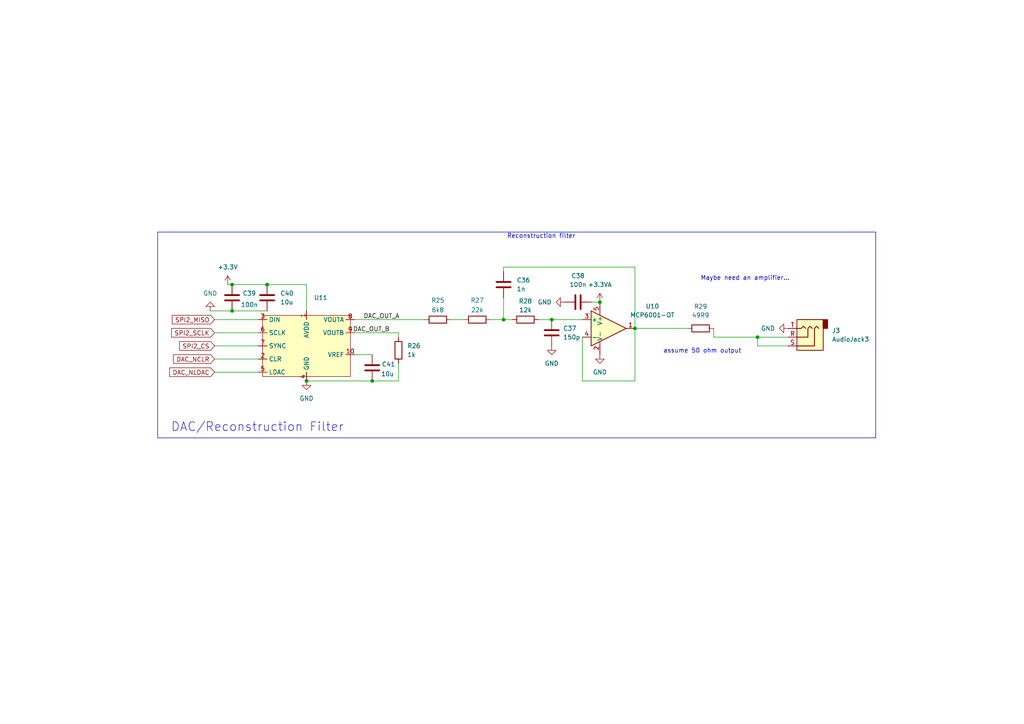
<source format=kicad_sch>
(kicad_sch (version 20250114) (generator "eeschema") (generator_version "9.0")
  (paper "A4")
  (lib_symbols
    (symbol "Amplifier_Operational:MCP6001-OT" (pin_names (offset 0.127))
      (property "Reference" "U" (at -1.27 6.35 0))
      (property "Value" "MCP6001-OT" (at -1.27 3.81 0))
      (symbol "MCP6001-OT_0_1"
        (polyline (pts (xy -5.08 5.08) (xy 5.08 0) (xy -5.08 -5.08) (xy -5.08 5.08)) (stroke (width 0.254)) (fill (type background)))
        (pin power_in line (at -2.54 7.62 270) (length 3.81) (name "V+") (number "5"))
        (pin power_in line (at -2.54 -7.62 90) (length 3.81) (name "V-") (number "2"))
      )
      (symbol "MCP6001-OT_1_1"
        (pin input line (at -7.62 2.54 0) (length 2.54) (name "+") (number "3"))
        (pin input line (at -7.62 -2.54 0) (length 2.54) (name "-") (number "4"))
        (pin output line (at 7.62 0 180) (length 2.54) (name "~") (number "1"))
      )
    )
    (symbol "Connector_Audio:AudioJack3"
      (property "Reference" "J" (at 0 8.89 0))
      (property "Value" "AudioJack3" (at 0 6.35 0))
      (symbol "AudioJack3_0_1"
        (rectangle (start -5.08 -5.08) (end -6.35 -2.54) (stroke (width 0.254)) (fill (type outline)))
        (polyline (pts (xy -1.905 -2.54) (xy -1.27 -3.175) (xy -0.635 -2.54) (xy -0.635 0) (xy 2.54 0)) (stroke (width 0.254)))
        (polyline (pts (xy 0 -2.54) (xy 0.635 -3.175) (xy 1.27 -2.54) (xy 2.54 -2.54)) (stroke (width 0.254)))
        (rectangle (start 2.54 3.81) (end -5.08 -5.08) (stroke (width 0.254)) (fill (type background)))
        (polyline (pts (xy 2.54 2.54) (xy -2.54 2.54) (xy -2.54 -2.54) (xy -3.175 -3.175) (xy -3.81 -2.54)) (stroke (width 0.254)))
      )
      (symbol "AudioJack3_1_1"
        (pin passive line (at 5.08 2.54 180) (length 2.54) (name "~") (number "S"))
        (pin passive line (at 5.08 0 180) (length 2.54) (name "~") (number "R"))
        (pin passive line (at 5.08 -2.54 180) (length 2.54) (name "~") (number "T"))
      )
    )
    (symbol "Device:C" (pin_numbers (hide yes)) (pin_names (offset 0.254))
      (property "Reference" "C" (at 0.635 2.54 0))
      (property "Value" "C" (at 0.635 -2.54 0))
      (symbol "C_0_1"
        (polyline (pts (xy -2.032 0.762) (xy 2.032 0.762)) (stroke (width 0.508)))
        (polyline (pts (xy -2.032 -0.762) (xy 2.032 -0.762)) (stroke (width 0.508)))
      )
      (symbol "C_1_1"
        (pin passive line (at 0 3.81 270) (length 2.794) (name "~") (number "1"))
        (pin passive line (at 0 -3.81 90) (length 2.794) (name "~") (number "2"))
      )
    )
    (symbol "Device:R" (pin_numbers (hide yes)) (pin_names (offset 0))
      (property "Reference" "R" (at 2.032 0 90))
      (property "Value" "R" (at 0 0 90))
      (symbol "R_0_1"
        (rectangle (start -1.016 -2.54) (end 1.016 2.54) (stroke (width 0.254)))
      )
      (symbol "R_1_1"
        (pin passive line (at 0 3.81 270) (length 1.27) (name "~") (number "1"))
        (pin passive line (at 0 -3.81 90) (length 1.27) (name "~") (number "2"))
      )
    )
    (symbol "power:+3.3V" (power) (pin_numbers (hide yes)) (pin_names (offset 0) (hide yes))
      (property "Value" "+3.3V" (at 0 3.556 0))
      (symbol "+3.3V_0_1"
        (polyline (pts (xy -0.762 1.27) (xy 0 2.54)))
        (polyline (pts (xy 0 2.54) (xy 0.762 1.27)))
        (polyline (pts (xy 0 0) (xy 0 2.54)))
      )
      (symbol "+3.3V_1_1"
        (pin power_in line (at 0 0 90) (length 0) (name "~") (number "1"))
      )
    )
    (symbol "power:+3.3VA" (power) (pin_numbers (hide yes)) (pin_names (offset 0) (hide yes))
      (property "Value" "+3.3VA" (at 0 3.556 0))
      (symbol "+3.3VA_0_1"
        (polyline (pts (xy -0.762 1.27) (xy 0 2.54)))
        (polyline (pts (xy 0 2.54) (xy 0.762 1.27)))
        (polyline (pts (xy 0 0) (xy 0 2.54)))
      )
      (symbol "+3.3VA_1_1"
        (pin power_in line (at 0 0 90) (length 0) (name "~") (number "1"))
      )
    )
    (symbol "power:GND" (power) (pin_numbers (hide yes)) (pin_names (offset 0) (hide yes))
      (property "Value" "GND" (at 0 -3.81 0))
      (symbol "GND_0_1"
        (polyline (pts (xy 0 0) (xy 0 -1.27) (xy 1.27 -1.27) (xy 0 -2.54) (xy -1.27 -1.27) (xy 0 -1.27)))
      )
      (symbol "GND_1_1"
        (pin power_in line (at 0 0 270) (length 0) (name "~") (number "1"))
      )
    )
    (symbol "ryan_symbols:DAC756x"
      (property "Reference" "U" (at 6.35 -0.254 0))
      (symbol "DAC756x_0_0"
        (pin input line (at -13.97 17.78 0) (length 2.54) (name "DIN") (number "3"))
        (pin input line (at -13.97 13.97 0) (length 2.54) (name "SCLK") (number "6"))
        (pin input line (at -13.97 10.16 0) (length 2.54) (name "SYNC") (number "7"))
        (pin input line (at -13.97 6.35 0) (length 2.54) (name "CLR") (number "2"))
        (pin input line (at -13.97 2.54 0) (length 2.54) (name "LDAC") (number "5"))
        (pin input line (at 0 20.32 270) (length 2.54) (name "AVDD") (number "1"))
        (pin power_in line (at 0 0 90) (length 2.54) (name "GND") (number "4"))
        (pin output line (at 13.97 17.78 180) (length 2.54) (name "VOUTA") (number "8"))
        (pin output line (at 13.97 13.97 180) (length 2.54) (name "VOUTB") (number "9"))
        (pin input line (at 13.97 7.62 180) (length 2.54) (name "VREF") (number "10"))
      )
      (symbol "DAC756x_1_1"
        (rectangle (start -12.7 19.05) (end 12.7 1.27) (fill (type background)))
      )
    )
  )
  (rectangle (start 45.72 67.31) (end 254 127))
  (text "DAC/Reconstruction Filter" (at 74.676 123.952 0) (effects (font (size 2.54 2.54))))
  (text "assume 50 ohm output\n" (at 203.708 101.854 0) (effects (font (size 1.27 1.27))))
  (text "Reconstruction filter" (at 156.972 68.58 0) (effects (font (size 1.27 1.27))))
  (text "Maybe need an amplifier...\n\n\n\n" (at 216.154 83.82 0) (effects (font (size 1.27 1.27))))
  (junction (at 184.15 95.25))
  (junction (at 107.95 110.49))
  (junction (at 88.9 110.49))
  (junction (at 219.71 97.79))
  (junction (at 67.31 82.55))
  (junction (at 160.02 92.71))
  (junction (at 146.05 92.71))
  (junction (at 67.31 90.17))
  (junction (at 77.47 82.55))
  (junction (at 173.99 87.63))
  (wire (pts (xy 184.15 77.47) (xy 184.15 95.25)))
  (wire (pts (xy 88.9 82.55) (xy 88.9 90.17)))
  (wire (pts (xy 156.21 92.71) (xy 160.02 92.71)))
  (wire (pts (xy 107.95 110.49) (xy 88.9 110.49)))
  (wire (pts (xy 219.71 97.79) (xy 228.6 97.79)))
  (wire (pts (xy 77.47 82.55) (xy 88.9 82.55)))
  (wire (pts (xy 160.02 92.71) (xy 168.91 92.71)))
  (wire (pts (xy 146.05 86.36) (xy 146.05 92.71)))
  (wire (pts (xy 62.23 96.52) (xy 74.93 96.52)))
  (wire (pts (xy 146.05 92.71) (xy 148.59 92.71)))
  (wire (pts (xy 67.31 90.17) (xy 77.47 90.17)))
  (wire (pts (xy 115.57 96.52) (xy 115.57 97.79)))
  (wire (pts (xy 207.01 95.25) (xy 207.01 97.79)))
  (wire (pts (xy 60.96 90.17) (xy 67.31 90.17)))
  (wire (pts (xy 62.23 107.95) (xy 74.93 107.95)))
  (wire (pts (xy 171.45 87.63) (xy 173.99 87.63)))
  (wire (pts (xy 130.81 92.71) (xy 134.62 92.71)))
  (wire (pts (xy 146.05 77.47) (xy 184.15 77.47)))
  (wire (pts (xy 66.04 82.55) (xy 67.31 82.55)))
  (wire (pts (xy 219.71 97.79) (xy 219.71 100.33)))
  (wire (pts (xy 102.87 96.52) (xy 115.57 96.52)))
  (wire (pts (xy 67.31 82.55) (xy 77.47 82.55)))
  (wire (pts (xy 115.57 110.49) (xy 107.95 110.49)))
  (wire (pts (xy 142.24 92.71) (xy 146.05 92.71)))
  (wire (pts (xy 115.57 105.41) (xy 115.57 110.49)))
  (wire (pts (xy 219.71 100.33) (xy 228.6 100.33)))
  (wire (pts (xy 168.91 97.79) (xy 168.91 110.49)))
  (wire (pts (xy 146.05 78.74) (xy 146.05 77.47)))
  (wire (pts (xy 184.15 95.25) (xy 184.15 110.49)))
  (wire (pts (xy 102.87 102.87) (xy 107.95 102.87)))
  (wire (pts (xy 207.01 97.79) (xy 219.71 97.79)))
  (wire (pts (xy 184.15 95.25) (xy 199.39 95.25)))
  (wire (pts (xy 62.23 104.14) (xy 74.93 104.14)))
  (wire (pts (xy 62.23 92.71) (xy 74.93 92.71)))
  (wire (pts (xy 184.15 110.49) (xy 168.91 110.49)))
  (wire (pts (xy 102.87 92.71) (xy 123.19 92.71)))
  (wire (pts (xy 62.23 100.33) (xy 74.93 100.33)))
  (label "DAC_OUT_A" (at 105.41 92.71 0))
  (label "DAC_OUT_B" (at 113.03 96.52 180))
  (global_label "SPI2_CS" (shape input) (at 62.23 100.33 180) (property "Intersheetrefs" "${INTERSHEET_REFS}" (effects (hide yes))))
  (global_label "DAC_NLDAC" (shape input) (at 62.23 107.95 180) (property "Intersheetrefs" "${INTERSHEET_REFS}" (effects (hide yes))))
  (global_label "SPI2_MISO" (shape input) (at 62.23 92.71 180) (property "Intersheetrefs" "${INTERSHEET_REFS}" (effects (hide yes))))
  (global_label "SPI2_SCLK" (shape input) (at 62.23 96.52 180) (property "Intersheetrefs" "${INTERSHEET_REFS}" (effects (hide yes))))
  (global_label "DAC_NCLR" (shape input) (at 62.23 104.14 180) (property "Intersheetrefs" "${INTERSHEET_REFS}" (effects (hide yes))))
  (symbol (lib_id "power:GND") (at 228.6 95.25 270) (unit 1)
    (property "Reference" "#PWR067" (effects (hide yes)))
    (property "Value" "GND" (at 224.79 95.2499 90) (effects (justify right)))
    (property "Description" "Power symbol creates a global label with name \"GND\" , ground" (effects (hide yes)))
  )
  (symbol (lib_id "Device:C") (at 107.95 106.68 0) (unit 1)
    (property "Reference" "C41" (at 110.744 105.664 0) (effects (justify left)))
    (property "Value" "10u" (at 110.49 108.458 0) (effects (justify left)))
    (property "Footprint" "Capacitor_SMD:C_0603_1608Metric" (effects (hide yes)))
    (property "Description" "Unpolarized capacitor" (effects (hide yes)))
  )
  (symbol (lib_id "Device:R") (at 138.43 92.71 90) (unit 1)
    (property "Reference" "R27" (at 138.43 87.122 90))
    (property "Value" "22k" (at 138.43 89.916 90))
    (property "Footprint" "Resistor_SMD:R_0603_1608Metric" (effects (hide yes)))
    (property "Description" "Resistor" (effects (hide yes)))
  )
  (symbol (lib_id "Connector_Audio:AudioJack3") (at 233.68 97.79 180) (unit 1)
    (property "Reference" "J3" (at 241.3 95.8849 0) (effects (justify right)))
    (property "Value" "AudioJack3" (at 241.3 98.4249 0) (effects (justify right)))
    (property "Footprint" "Connector_Audio:Jack_3.5mm_CUI_SJ-3523-SMT_Horizontal" (effects (hide yes)))
    (property "Description" "Audio Jack, 3 Poles (Stereo / TRS)" (effects (hide yes)))
  )
  (symbol (lib_id "Device:C") (at 167.64 87.63 90) (unit 1)
    (property "Reference" "C38" (at 167.64 80.01 90))
    (property "Value" "100n" (at 167.64 82.55 90))
    (property "Footprint" "Capacitor_SMD:C_0603_1608Metric" (effects (hide yes)))
    (property "Description" "Unpolarized capacitor" (effects (hide yes)))
  )
  (symbol (lib_id "Device:C") (at 67.31 86.36 0) (unit 1)
    (property "Reference" "C39" (at 70.358 85.09 0) (effects (justify left)))
    (property "Value" "100n" (at 69.85 88.392 0) (effects (justify left)))
    (property "Footprint" "Capacitor_SMD:C_0603_1608Metric" (effects (hide yes)))
    (property "Description" "Unpolarized capacitor" (effects (hide yes)))
  )
  (symbol (lib_id "power:GND") (at 173.99 102.87 0) (unit 1)
    (property "Reference" "#PWR066" (effects (hide yes)))
    (property "Value" "GND" (at 173.99 107.95 0))
    (property "Description" "Power symbol creates a global label with name \"GND\" , ground" (effects (hide yes)))
  )
  (symbol (lib_id "power:GND") (at 88.9 110.49 0) (unit 1)
    (property "Reference" "#PWR065" (effects (hide yes)))
    (property "Value" "GND" (at 88.9 115.57 0))
    (property "Description" "Power symbol creates a global label with name \"GND\" , ground" (effects (hide yes)))
  )
  (symbol (lib_id "Device:C") (at 160.02 96.52 0) (unit 1)
    (property "Reference" "C37" (at 163.322 95.25 0) (effects (justify left)))
    (property "Value" "150p" (at 163.322 97.79 0) (effects (justify left)))
    (property "Footprint" "Capacitor_SMD:C_0603_1608Metric" (effects (hide yes)))
    (property "Description" "Unpolarized capacitor" (effects (hide yes)))
  )
  (symbol (lib_id "power:+3.3V") (at 66.04 82.55 0) (unit 1)
    (property "Reference" "#PWR064" (effects (hide yes)))
    (property "Value" "+3.3V" (at 66.04 77.47 0))
    (property "Description" "Power symbol creates a global label with name \"+3.3V\"" (effects (hide yes)))
  )
  (symbol (lib_id "power:GND") (at 163.83 87.63 270) (unit 1)
    (property "Reference" "#PWR061" (effects (hide yes)))
    (property "Value" "GND" (at 160.02 87.6299 90) (effects (justify right)))
    (property "Description" "Power symbol creates a global label with name \"GND\" , ground" (effects (hide yes)))
  )
  (symbol (lib_id "Device:R") (at 115.57 101.6 0) (unit 1)
    (property "Reference" "R26" (at 118.11 100.3299 0) (effects (justify left)))
    (property "Value" "1k" (at 118.11 102.8699 0) (effects (justify left)))
    (property "Footprint" "Resistor_SMD:R_0603_1608Metric" (effects (hide yes)))
    (property "Description" "Resistor" (effects (hide yes)))
  )
  (symbol (lib_id "Amplifier_Operational:MCP6001-OT") (at 176.53 95.25 0) (unit 1)
    (property "Reference" "U10" (at 189.23 88.8298 0))
    (property "Value" "MCP6001-OT" (at 189.23 91.3698 0))
    (property "Footprint" "Package_TO_SOT_SMD:SOT-23-5" (effects (hide yes)))
    (property "Datasheet" "https://ww1.microchip.com/downloads/en/DeviceDoc/MCP6001-1R-1U-2-4-1-MHz-Low-Power-Op-Amp-DS20001733L.pdf" (effects (hide yes)))
    (property "Description" "1MHz, Low-Power Op Amp, SOT-23-5" (effects (hide yes)))
  )
  (symbol (lib_id "Device:R") (at 127 92.71 90) (unit 1)
    (property "Reference" "R25" (at 127 87.122 90))
    (property "Value" "6k8" (at 127 89.916 90))
    (property "Footprint" "Resistor_SMD:R_0603_1608Metric" (effects (hide yes)))
    (property "Description" "Resistor" (effects (hide yes)))
  )
  (symbol (lib_id "power:GND") (at 160.02 100.33 0) (unit 1)
    (property "Reference" "#PWR060" (effects (hide yes)))
    (property "Value" "GND" (at 160.02 105.41 0))
    (property "Description" "Power symbol creates a global label with name \"GND\" , ground" (effects (hide yes)))
  )
  (symbol (lib_id "power:GND") (at 60.96 90.17 180) (unit 1)
    (property "Reference" "#PWR063" (effects (hide yes)))
    (property "Value" "GND" (at 60.96 85.09 0))
    (property "Description" "Power symbol creates a global label with name \"GND\" , ground" (effects (hide yes)))
  )
  (symbol (lib_id "power:+3.3VA") (at 173.99 87.63 0) (unit 1)
    (property "Reference" "#PWR062" (effects (hide yes)))
    (property "Value" "+3.3VA" (at 173.99 82.55 0))
    (property "Description" "Power symbol creates a global label with name \"+3.3VA\"" (effects (hide yes)))
  )
  (symbol (lib_id "ryan_symbols:DAC756x") (at 88.9 110.49 0) (unit 1)
    (property "Reference" "U11" (at 91.0433 86.36 0) (effects (justify left)))
    (property "Footprint" "ryan_footprints:SOIC-10" (effects (hide yes)))
  )
  (symbol (lib_id "Device:R") (at 152.4 92.71 90) (unit 1)
    (property "Reference" "R28" (at 152.4 87.376 90))
    (property "Value" "12k" (at 152.4 89.916 90))
    (property "Footprint" "Resistor_SMD:R_0603_1608Metric" (effects (hide yes)))
    (property "Description" "Resistor" (effects (hide yes)))
  )
  (symbol (lib_id "Device:C") (at 146.05 82.55 0) (unit 1)
    (property "Reference" "C36" (at 149.86 81.2799 0) (effects (justify left)))
    (property "Value" "1n" (at 149.86 83.8199 0) (effects (justify left)))
    (property "Footprint" "Capacitor_SMD:C_0603_1608Metric" (effects (hide yes)))
    (property "Description" "Unpolarized capacitor" (effects (hide yes)))
  )
  (symbol (lib_id "Device:R") (at 203.2 95.25 90) (unit 1)
    (property "Reference" "R29" (at 203.2 88.9 90))
    (property "Value" "49R9" (at 203.2 91.44 90))
    (property "Footprint" "Resistor_SMD:R_0603_1608Metric" (effects (hide yes)))
    (property "Description" "Resistor" (effects (hide yes)))
  )
  (symbol (lib_id "Device:C") (at 77.47 86.36 0) (unit 1)
    (property "Reference" "C40" (at 81.28 85.0899 0) (effects (justify left)))
    (property "Value" "10u" (at 81.28 87.6299 0) (effects (justify left)))
    (property "Footprint" "Capacitor_SMD:C_0603_1608Metric" (effects (hide yes)))
    (property "Description" "Unpolarized capacitor" (effects (hide yes)))
  )
)
</source>
